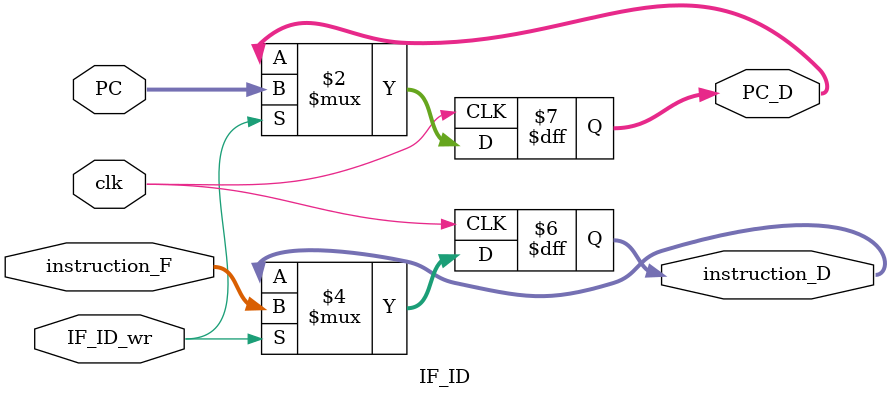
<source format=v>
module IF_ID(clk, instruction_F, PC, 
                  instruction_D, PC_D, IF_ID_wr);
    input clk, IF_ID_wr;
    input [31: 0] instruction_F, PC;

    output reg [31: 0] instruction_D, PC_D;

    always @(posedge clk ) begin
        if(IF_ID_wr) begin  //满足IF_ID的写使能信号才能写入
            instruction_D <= instruction_F;
            PC_D <= PC;
        end
    end
endmodule
</source>
